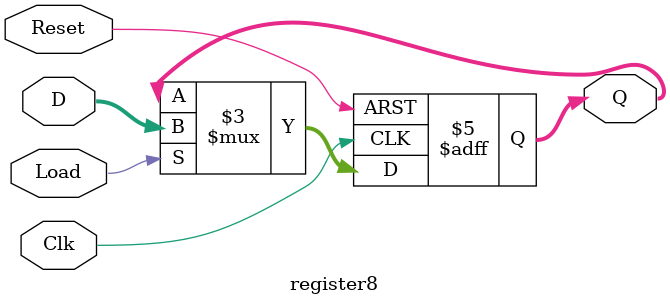
<source format=v>

module load_shift_control (Qin, QMin, CshiftQ, CshiftQM, Qkplusone);

   input [1:0] Qkplusone;	// Qkplusone[0] is the q- bit, Qkplusone[1] is the q+ bit
   
   output Qin;
   output CshiftQ;
   output QMin;
   output CshiftQM;
   	
   not i1(CshiftQ, Qkplusone[0]);
   not i2(CshiftQM, Qkplusone[1]);   
   or  o1(Qin, Qkplusone[1], Qkplusone[0]);
   nor n1(QMin, Qkplusone[1], Qkplusone[0]);
   
endmodule // load_shift_control

module conversion (Q, Qkplusone, SignRemainder, Clk, Load, Reset);

   input  [1:0] Qkplusone;
   input       	SignRemainder;
   input  	Clk;
   input	Load;
   input	Reset;
   
   output [7:0] Q;
   
   wire   [7:0] Qstar, QMstar;
   wire 	Qin, CshiftQ, QMin, CshiftQM;
   wire   [7:0] M1Q, R1Q, M2Q, R2Q;
      
   load_shift_control ls1(Qin, QMin, CshiftQ, CshiftQM, Qkplusone);
   
   mux21x8  m1(M1Q, Qstar, QMstar, CshiftQM);
   register8 r1(R1Q, {M1Q[6:0], QMin}, Clk, Load, Reset);
   	
   mux21x8  m2(M2Q, QMstar, Qstar, CshiftQ);
   register8 r2(R2Q, {M2Q[6:0], Qin}, Clk, Load, Reset);
   	
   mux21x8  m3(Q, R2Q, R1Q, SignRemainder);
   
   assign Qstar = R2Q;
   assign QMstar = R1Q;
   
endmodule // conversion

module register8 (Q, D, Clk, Load, Reset);

   input  [7:0] D;
   input        Clk;
   input        Load;
   input        Reset;

   output [7:0] Q;
   reg [7:0] Q;
      
   always @(posedge Clk or posedge Reset)
       if (Reset)
           Q <= 8'h00;
       else
           if (Load) 
   	      Q <= D;
           else
   	      Q <= Q;
   
endmodule // register8
</source>
